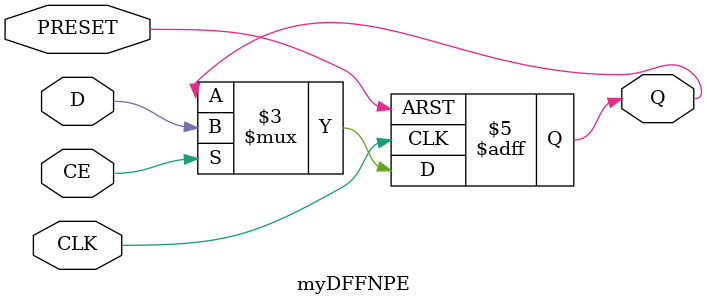
<source format=v>
module myDFFNPE (output reg Q, input D, CLK, CE, PRESET);
	parameter [0:0] INIT = 1'b1;
	initial Q = INIT;
	always @(negedge CLK or posedge PRESET) begin
		if(PRESET)
			Q <= 1'b1;
		else if (CE)
			Q <= D;
	end
endmodule
</source>
